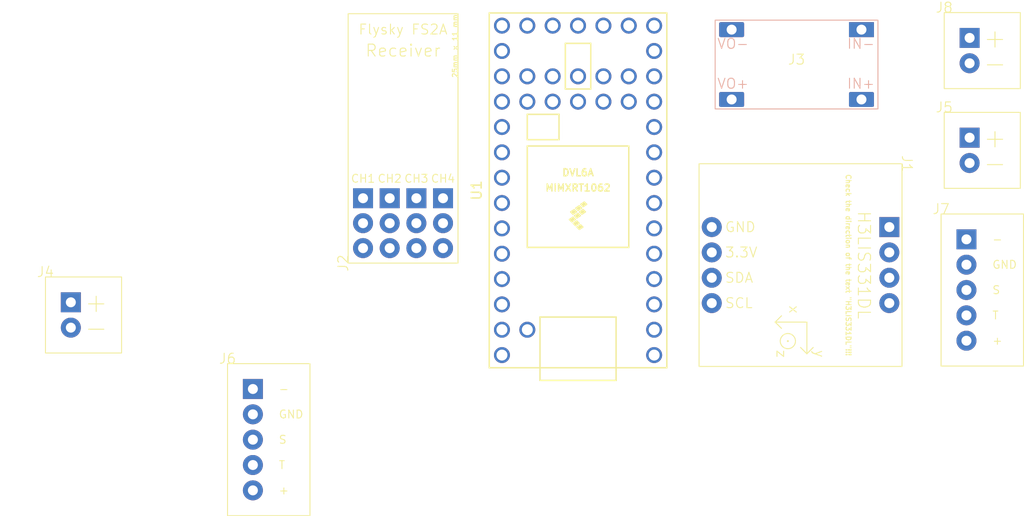
<source format=kicad_pcb>
(kicad_pcb (version 20241229) (generator "pcbnew") (generator_version "9.0")
  (title_block (title "Stuffed Crust"))
  (layers (0 "F.Cu" signal) (2 "B.Cu" signal) (13 "F.Paste" user) (15 "B.Paste" user) (5 "F.SilkS" user "F.Silkscreen") (7 "B.SilkS" user "B.Silkscreen") (1 "F.Mask" user) (3 "B.Mask" user) (25 "Edge.Cuts" user))
  (net 0 "")
  (net 2 "/GND")
  (net 3 "/3.3V")
  (net 7 "/SCL_19")
  (net 8 "/SDA_18")
  (net 9 "/CH3_21")
  (net 10 "/CH2_22")
  (net 11 "/CH4_20")
  (net 12 "/CH1_23")
  (net 13 "/12V")
  (net 14 "/5V")
  (net 16 "/S_ESC_Left_2")
  (net 18 "/S_ESC_Right_3")
  (net 19 "/LED")
  (footprint "Stuffed Crust:Battery_or_LED" (layer "F.Cu") (at 200.79 61.79)
    (property "Reference" "J8" (at 0 -0.5 0) (layer "F.SilkS") (effects (font (thickness 0.1))))
    (property "Value" "LED")
    (fp_rect (start 0 0) (end 7.62 7.62) (stroke (width 0.1)) (fill no) (layer "F.SilkS"))
    (fp_text user "-" (at 5.08 5.08 0) (layer "F.SilkS") (effects (font (size 2 2) (thickness 0.1))))
    (fp_text user "+" (at 5.08 2.54 0) (layer "F.SilkS") (effects (font (size 2 2) (thickness 0.1))))
    (pad "1" thru_hole rect (at 2.54 2.54) (size 2 2) (drill 1) (layers "*.Cu" "*.Mask") (net 19 "/LED"))
    (pad "2" thru_hole circle (at 2.54 5.08) (size 2 2) (drill 1) (layers "*.Cu" "*.Mask") (net 2 "/GND"))
  )
  (footprint "Teensy:Teensy40" (layer "F.Cu") (at 164.12 79.61 90)
    (property "Reference" "U1" (at 0 -10.16 90) (layer "F.SilkS"))
    (property "Value" "Teensy4.0")
    (fp_line (start 17.78 -8.89) (end 17.78 8.89) (stroke (width 0.15)) (layer "F.SilkS"))
    (fp_line (start -17.78 -8.89) (end 17.78 -8.89) (stroke (width 0.15)) (layer "F.SilkS"))
    (fp_line (start 7.62 -5.08) (end 7.62 -1.905) (stroke (width 0.15)) (layer "F.SilkS"))
    (fp_line (start 5.08 -5.08) (end 7.62 -5.08) (stroke (width 0.15)) (layer "F.SilkS"))
    (fp_line (start 4.445 -5.08) (end -5.715 -5.08) (stroke (width 0.15)) (layer "F.SilkS"))
    (fp_line (start -5.715 -5.08) (end -5.715 5.08) (stroke (width 0.15)) (layer "F.SilkS"))
    (fp_line (start -12.7 -3.81) (end -17.78 -3.81) (stroke (width 0.15)) (layer "F.SilkS"))
    (fp_line (start -19.05 -3.81) (end -17.78 -3.81) (stroke (width 0.15)) (layer "F.SilkS"))
    (fp_line (start 7.62 -1.905) (end 5.08 -1.905) (stroke (width 0.15)) (layer "F.SilkS"))
    (fp_line (start 5.08 -1.905) (end 5.08 -5.08) (stroke (width 0.15)) (layer "F.SilkS"))
    (fp_line (start 14.732 -1.27) (end 14.732 1.27) (stroke (width 0.15)) (layer "F.SilkS"))
    (fp_line (start 10.16 -1.27) (end 14.732 -1.27) (stroke (width 0.15)) (layer "F.SilkS"))
    (fp_line (start 14.732 1.27) (end 10.16 1.27) (stroke (width 0.15)) (layer "F.SilkS"))
    (fp_line (start 10.16 1.27) (end 10.16 -1.27) (stroke (width 0.15)) (layer "F.SilkS"))
    (fp_line (start -12.7 3.81) (end -12.7 -3.81) (stroke (width 0.15)) (layer "F.SilkS"))
    (fp_line (start -12.7 3.81) (end -17.78 3.81) (stroke (width 0.15)) (layer "F.SilkS"))
    (fp_line (start -17.78 3.81) (end -19.05 3.81) (stroke (width 0.15)) (layer "F.SilkS"))
    (fp_line (start -19.05 3.81) (end -19.05 -3.81) (stroke (width 0.15)) (layer "F.SilkS"))
    (fp_line (start 4.445 5.08) (end 4.445 -5.08) (stroke (width 0.15)) (layer "F.SilkS"))
    (fp_line (start 4.445 5.08) (end -5.715 5.08) (stroke (width 0.15)) (layer "F.SilkS"))
    (fp_line (start 17.78 8.89) (end -17.78 8.89) (stroke (width 0.15)) (layer "F.SilkS"))
    (fp_line (start -17.78 8.89) (end -17.78 -8.89) (stroke (width 0.15)) (layer "F.SilkS"))
    (fp_poly (pts (xy -3.175 -0.635) (xy -2.921 -0.889) (xy -2.667 -0.508) (xy -2.921 -0.254)) (stroke (width 0.1)) (fill yes) (layer "F.SilkS"))
    (fp_poly (pts (xy -2.413 -0.508) (xy -2.159 -0.762) (xy -1.905 -0.381) (xy -2.159 -0.127)) (stroke (width 0.1)) (fill yes) (layer "F.SilkS"))
    (fp_poly (pts (xy -3.556 -0.254) (xy -3.302 -0.508) (xy -3.048 -0.127) (xy -3.302 0.127)) (stroke (width 0.1)) (fill yes) (layer "F.SilkS"))
    (fp_poly (pts (xy -2.794 -0.127) (xy -2.54 -0.381) (xy -2.286 0) (xy -2.54 0.254)) (stroke (width 0.1)) (fill yes) (layer "F.SilkS"))
    (fp_poly (pts (xy -2.032 0) (xy -1.778 -0.254) (xy -1.524 0.127) (xy -1.778 0.381)) (stroke (width 0.1)) (fill yes) (layer "F.SilkS"))
    (fp_poly (pts (xy -3.937 0.127) (xy -3.683 -0.127) (xy -3.429 0.254) (xy -3.683 0.508)) (stroke (width 0.1)) (fill yes) (layer "F.SilkS"))
    (fp_poly (pts (xy -2.413 0.381) (xy -2.159 0.127) (xy -1.905 0.508) (xy -2.159 0.762)) (stroke (width 0.1)) (fill yes) (layer "F.SilkS"))
    (fp_poly (pts (xy -1.651 0.508) (xy -1.397 0.254) (xy -1.143 0.635) (xy -1.397 0.889)) (stroke (width 0.1)) (fill yes) (layer "F.SilkS"))
    (fp_text user "MIMXRT1062" (at 0.254 0 0) (layer "F.SilkS") (effects (font (size 0.7 0.7))))
    (fp_text user "DVL6A" (at 1.778 0 0) (layer "F.SilkS") (effects (font (size 0.7 0.7))))
    (pad "1" thru_hole circle (at -16.51 7.62 90) (size 1.6 1.6) (drill 1.1) (layers "*.Cu" "*.Mask") (net 2 "/GND"))
    (pad "2" thru_hole circle (at -13.97 7.62 90) (size 1.6 1.6) (drill 1.1) (layers "*.Cu" "*.Mask"))
    (pad "3" thru_hole circle (at -11.43 7.62 90) (size 1.6 1.6) (drill 1.1) (layers "*.Cu" "*.Mask"))
    (pad "4" thru_hole circle (at -8.89 7.62 90) (size 1.6 1.6) (drill 1.1) (layers "*.Cu" "*.Mask") (net 16 "/S_ESC_Left_2"))
    (pad "5" thru_hole circle (at -6.35 7.62 90) (size 1.6 1.6) (drill 1.1) (layers "*.Cu" "*.Mask") (net 18 "/S_ESC_Right_3"))
    (pad "6" thru_hole circle (at -3.81 7.62 90) (size 1.6 1.6) (drill 1.1) (layers "*.Cu" "*.Mask"))
    (pad "7" thru_hole circle (at -1.27 7.62 90) (size 1.6 1.6) (drill 1.1) (layers "*.Cu" "*.Mask"))
    (pad "8" thru_hole circle (at 1.27 7.62 90) (size 1.6 1.6) (drill 1.1) (layers "*.Cu" "*.Mask"))
    (pad "9" thru_hole circle (at 3.81 7.62 90) (size 1.6 1.6) (drill 1.1) (layers "*.Cu" "*.Mask"))
    (pad "10" thru_hole circle (at 6.35 7.62 90) (size 1.6 1.6) (drill 1.1) (layers "*.Cu" "*.Mask"))
    (pad "11" thru_hole circle (at 8.89 7.62 90) (size 1.6 1.6) (drill 1.1) (layers "*.Cu" "*.Mask"))
    (pad "12" thru_hole circle (at 11.43 7.62 90) (size 1.6 1.6) (drill 1.1) (layers "*.Cu" "*.Mask"))
    (pad "13" thru_hole circle (at 13.97 7.62 90) (size 1.6 1.6) (drill 1.1) (layers "*.Cu" "*.Mask") (net 19 "/LED"))
    (pad "14" thru_hole circle (at 16.51 7.62 90) (size 1.6 1.6) (drill 1.1) (layers "*.Cu" "*.Mask"))
    (pad "15" thru_hole circle (at 16.51 5.08 90) (size 1.6 1.6) (drill 1.1) (layers "*.Cu" "*.Mask"))
    (pad "16" thru_hole circle (at 16.51 2.54 90) (size 1.6 1.6) (drill 1.1) (layers "*.Cu" "*.Mask"))
    (pad "17" thru_hole circle (at 16.51 0 90) (size 1.6 1.6) (drill 1.1) (layers "*.Cu" "*.Mask") (net 2 "/GND"))
    (pad "18" thru_hole circle (at 16.51 -2.54 90) (size 1.6 1.6) (drill 1.1) (layers "*.Cu" "*.Mask"))
    (pad "19" thru_hole circle (at 16.51 -5.08 90) (size 1.6 1.6) (drill 1.1) (layers "*.Cu" "*.Mask"))
    (pad "20" thru_hole circle (at 16.51 -7.62 90) (size 1.6 1.6) (drill 1.1) (layers "*.Cu" "*.Mask"))
    (pad "21" thru_hole circle (at 13.97 -7.62 90) (size 1.6 1.6) (drill 1.1) (layers "*.Cu" "*.Mask"))
    (pad "22" thru_hole circle (at 11.43 -7.62 90) (size 1.6 1.6) (drill 1.1) (layers "*.Cu" "*.Mask"))
    (pad "23" thru_hole circle (at 8.89 -7.62 90) (size 1.6 1.6) (drill 1.1) (layers "*.Cu" "*.Mask"))
    (pad "24" thru_hole circle (at 6.35 -7.62 90) (size 1.6 1.6) (drill 1.1) (layers "*.Cu" "*.Mask"))
    (pad "25" thru_hole circle (at 3.81 -7.62 90) (size 1.6 1.6) (drill 1.1) (layers "*.Cu" "*.Mask") (net 8 "/SDA_18"))
    (pad "26" thru_hole circle (at 1.27 -7.62 90) (size 1.6 1.6) (drill 1.1) (layers "*.Cu" "*.Mask") (net 7 "/SCL_19"))
    (pad "27" thru_hole circle (at -1.27 -7.62 90) (size 1.6 1.6) (drill 1.1) (layers "*.Cu" "*.Mask") (net 11 "/CH4_20"))
    (pad "28" thru_hole circle (at -3.81 -7.62 90) (size 1.6 1.6) (drill 1.1) (layers "*.Cu" "*.Mask") (net 9 "/CH3_21"))
    (pad "29" thru_hole circle (at -6.35 -7.62 90) (size 1.6 1.6) (drill 1.1) (layers "*.Cu" "*.Mask") (net 10 "/CH2_22"))
    (pad "30" thru_hole circle (at -8.89 -7.62 90) (size 1.6 1.6) (drill 1.1) (layers "*.Cu" "*.Mask") (net 12 "/CH1_23"))
    (pad "31" thru_hole circle (at -11.43 -7.62 90) (size 1.6 1.6) (drill 1.1) (layers "*.Cu" "*.Mask") (net 3 "/3.3V"))
    (pad "32" thru_hole circle (at -13.97 -7.62 90) (size 1.6 1.6) (drill 1.1) (layers "*.Cu" "*.Mask") (net 2 "/GND"))
    (pad "33" thru_hole circle (at -16.51 -7.62 90) (size 1.6 1.6) (drill 1.1) (layers "*.Cu" "*.Mask") (net 14 "/5V"))
    (pad "34" thru_hole circle (at -13.97 -5.08 90) (size 1.6 1.6) (drill 1.1) (layers "*.Cu" "*.Mask"))
    (pad "35" thru_hole circle (at 11.43 -5.08 90) (size 1.6 1.6) (drill 1.1) (layers "*.Cu" "*.Mask"))
    (pad "36" thru_hole circle (at 8.89 -5.08 90) (size 1.6 1.6) (drill 1.1) (layers "*.Cu" "*.Mask"))
    (pad "37" thru_hole circle (at 11.43 -2.54 90) (size 1.6 1.6) (drill 1.1) (layers "*.Cu" "*.Mask"))
    (pad "38" thru_hole circle (at 8.89 -2.54 90) (size 1.6 1.6) (drill 1.1) (layers "*.Cu" "*.Mask"))
    (pad "39" thru_hole circle (at 11.43 0 90) (size 1.6 1.6) (drill 1.1) (layers "*.Cu" "*.Mask"))
    (pad "40" thru_hole circle (at 8.89 0 90) (size 1.6 1.6) (drill 1.1) (layers "*.Cu" "*.Mask"))
    (pad "41" thru_hole circle (at 11.43 2.54 90) (size 1.6 1.6) (drill 1.1) (layers "*.Cu" "*.Mask"))
    (pad "42" thru_hole circle (at 8.89 2.54 90) (size 1.6 1.6) (drill 1.1) (layers "*.Cu" "*.Mask"))
    (pad "43" thru_hole circle (at 11.43 5.08 90) (size 1.6 1.6) (drill 1.1) (layers "*.Cu" "*.Mask"))
    (pad "44" thru_hole circle (at 8.89 5.08 90) (size 1.6 1.6) (drill 1.1) (layers "*.Cu" "*.Mask"))
  )
  (footprint "Stuffed Crust:Battery_or_LED" (layer "F.Cu") (at 200.79 71.79)
    (property "Reference" "J5" (at 0 -0.5 0) (layer "F.SilkS") (effects (font (thickness 0.1))))
    (property "Value" "Battery Right")
    (fp_rect (start 0 0) (end 7.62 7.62) (stroke (width 0.1)) (fill no) (layer "F.SilkS"))
    (fp_text user "+" (at 5.08 2.54 0) (layer "F.SilkS") (effects (font (size 2 2) (thickness 0.1))))
    (fp_text user "-" (at 5.08 5.08 0) (layer "F.SilkS") (effects (font (size 2 2) (thickness 0.1))))
    (pad "1" thru_hole rect (at 2.54 2.54) (size 2 2) (drill 1) (layers "*.Cu" "*.Mask") (net 13 "/12V"))
    (pad "2" thru_hole circle (at 2.54 5.08) (size 2 2) (drill 1) (layers "*.Cu" "*.Mask") (net 2 "/GND"))
  )
  (footprint "Stuffed Crust:DC_DC" (layer "F.Cu") (at 186 67)
    (property "Reference" "J3" (at 0 -0.5 0) (layer "F.SilkS") (effects (font (thickness 0.1))))
    (property "Value" "DC-DC")
    (fp_rect (start -8.15 -4.45) (end 8.15 4.45) (stroke (width 0.1)) (fill no) (layer "B.SilkS"))
    (fp_text user "VO-" (at -8 -1.5 0) (layer "B.SilkS") (effects (font (thickness 0.1)) (justify left bottom)))
    (fp_text user "IN+" (at 5 2.5 0) (layer "B.SilkS") (effects (font (thickness 0.1)) (justify left bottom)))
    (fp_text user "VO+" (at -8 2.5 0) (layer "B.SilkS") (effects (font (thickness 0.1)) (justify left bottom)))
    (fp_text user "IN-" (at 5 -1.5 0) (layer "B.SilkS") (effects (font (thickness 0.1)) (justify left bottom)))
    (pad "1" thru_hole rect (at 6.5 -3.5) (size 2.5 1.5) (drill 1) (layers "*.Cu" "*.Mask") (net 2 "/GND"))
    (pad "2" thru_hole roundrect (at 6.5 3.5) (size 2.5 1.5) (drill 1) (layers "*.Cu" "B.Mask") (roundrect_rratio 0.1) (net 13 "/12V"))
    (pad "3" thru_hole roundrect (at -6.5 -3.5) (size 2.5 1.5) (drill 1) (layers "*.Cu" "B.Mask") (roundrect_rratio 0.1) (net 2 "/GND"))
    (pad "4" thru_hole roundrect (at -6.5 3.5) (size 2.5 1.5) (drill 1) (layers "*.Cu" "B.Mask") (roundrect_rratio 0.1) (net 14 "/5V"))
  )
  (footprint "Stuffed Crust:ESC" (layer "F.Cu") (at 200.4725 81.98)
    (property "Reference" "J7" (at 0 -0.5 0) (layer "F.SilkS") (effects (font (thickness 0.1))))
    (property "Value" "ESC Right")
    (fp_rect (start 0 0) (end 8.255 15.24) (stroke (width 0.1)) (fill no) (layer "F.SilkS"))
    (fp_text user "S" (at 5.08 7.62 0) (layer "F.SilkS") (effects (font (size 0.8 0.8) (thickness 0.1)) (justify left)))
    (fp_text user "-" (at 5.08 2.54 0) (layer "F.SilkS") (effects (font (size 0.8 0.8) (thickness 0.1)) (justify left)))
    (fp_text user "GND" (at 5.08 5.08 0) (layer "F.SilkS") (effects (font (size 0.8 0.8) (thickness 0.1)) (justify left)))
    (fp_text user "+" (at 5.08 12.7 0) (layer "F.SilkS") (effects (font (size 0.8 0.8) (thickness 0.1)) (justify left)))
    (fp_text user "T" (at 5.08 10.16 0) (layer "F.SilkS") (effects (font (size 0.8 0.8) (thickness 0.1)) (justify left)))
    (pad "1" thru_hole rect (at 2.54 2.54) (size 2 2) (drill 1) (layers "*.Cu" "*.Mask") (net 2 "/GND"))
    (pad "2" thru_hole circle (at 2.54 5.08) (size 2 2) (drill 1) (layers "*.Cu" "*.Mask") (net 2 "/GND"))
    (pad "3" thru_hole circle (at 2.54 7.62) (size 2 2) (drill 1) (layers "*.Cu" "*.Mask") (net 18 "/S_ESC_Right_3"))
    (pad "4" thru_hole circle (at 2.54 10.16) (size 2 2) (drill 1) (layers "*.Cu" "*.Mask"))
    (pad "5" thru_hole circle (at 2.54 12.7) (size 2 2) (drill 1) (layers "*.Cu" "*.Mask") (net 13 "/12V"))
  )
  (footprint "Stuffed Crust:Accelerometer" (layer "F.Cu") (at 196.56 76.94 -90)
    (property "Reference" "J1" (at 0 -0.5 270) (layer "F.SilkS") (effects (font (thickness 0.1))))
    (property "Value" "Accelerometer")
    (fp_line (start 15.875 12.7) (end 15.24 12.065) (stroke (width 0.1)) (layer "F.SilkS"))
    (fp_line (start 15.875 12.7) (end 16.51 12.065) (stroke (width 0.1)) (layer "F.SilkS"))
    (fp_line (start 15.875 9.525) (end 15.875 12.7) (stroke (width 0.1)) (layer "F.SilkS"))
    (fp_line (start 15.875 9.525) (end 19.05 9.525) (stroke (width 0.1)) (layer "F.SilkS"))
    (fp_line (start 19.05 9.525) (end 18.415 10.16) (stroke (width 0.1)) (layer "F.SilkS"))
    (fp_line (start 19.05 9.525) (end 18.415 8.89) (stroke (width 0.1)) (layer "F.SilkS"))
    (fp_rect (start 0 0) (end 20.32 20.32) (stroke (width 0.1)) (fill no) (layer "F.SilkS"))
    (fp_circle (center 17.78 11.43) (end 17.8308 11.43) (stroke (width 0.1)) (fill no) (layer "F.SilkS"))
    (fp_circle (center 17.78 11.43) (end 18.542 11.43) (stroke (width 0.1)) (fill no) (layer "F.SilkS"))
    (fp_text user "z" (at 19.05 12.065 270) (layer "F.SilkS") (effects (font (thickness 0.1))))
    (fp_text user "Check the direction of the text \"H3LIS331DL\"!!!" (at 10.16 5.08 270) (layer "F.SilkS") (effects (font (size 0.5 0.5) (thickness 0.1)) (justify top)))
    (fp_text user "H3LIS331DL" (at 10.16 3.81 270) (layer "F.SilkS") (effects (font (size 1.2192 1.2192) (thickness 0.1016))))
    (fp_text user "SDA" (at 11.43 17.78 0) (layer "F.SilkS") (effects (font (thickness 0.1)) (justify left)))
    (fp_text user "SCL" (at 13.97 17.78 0) (layer "F.SilkS") (effects (font (thickness 0.1)) (justify left)))
    (fp_text user "3.3V" (at 8.89 17.78 0) (layer "F.SilkS") (effects (font (thickness 0.1)) (justify left)))
    (fp_text user "x" (at 14.605 10.795 270) (layer "F.SilkS") (effects (font (thickness 0.1))))
    (fp_text user "GND" (at 6.35 17.78 0) (layer "F.SilkS") (effects (font (thickness 0.1)) (justify left)))
    (fp_text user "y" (at 19.05 8.255 270) (layer "F.SilkS") (effects (font (thickness 0.1))))
    (pad "1" thru_hole rect (at 6.35 1.27 270) (size 2 2) (drill 1) (layers "*.Cu" "*.Mask"))
    (pad "2" thru_hole roundrect (at 8.89 1.27 270) (size 2 2) (drill 1) (layers "*.Cu" "*.Mask") (roundrect_rratio 0.5))
    (pad "3" thru_hole roundrect (at 11.43 1.27 270) (size 2 2) (drill 1) (layers "*.Cu" "*.Mask") (roundrect_rratio 0.5))
    (pad "4" thru_hole roundrect (at 13.97 1.27 270) (size 2 2) (drill 1) (layers "*.Cu" "*.Mask") (roundrect_rratio 0.5))
    (pad "5" thru_hole roundrect (at 6.35 19.05 270) (size 2 2) (drill 1) (layers "*.Cu" "*.Mask") (roundrect_rratio 0.5) (net 2 "/GND"))
    (pad "6" thru_hole roundrect (at 8.89 19.05 270) (size 2 2) (drill 1) (layers "*.Cu" "*.Mask") (roundrect_rratio 0.5) (net 3 "/3.3V"))
    (pad "7" thru_hole roundrect (at 11.43 19.05 270) (size 2 2) (drill 1) (layers "*.Cu" "*.Mask") (roundrect_rratio 0.5) (net 8 "/SDA_18"))
    (pad "8" thru_hole roundrect (at 13.97 19.05 270) (size 2 2) (drill 1) (layers "*.Cu" "*.Mask") (roundrect_rratio 0.5) (net 7 "/SCL_19"))
  )
  (footprint "Stuffed Crust:Flysky_FS2A_Receiver" (layer "F.Cu") (at 141.1 86.9 90)
    (property "Reference" "J2" (at 0 -0.5 90) (layer "F.SilkS") (effects (font (thickness 0.1))))
    (property "Value" "Flysky FS2A Receiver")
    (fp_rect (start 0 0) (end 25 11) (stroke (width 0.1)) (fill no) (layer "F.SilkS"))
    (fp_text user "Receiver" (at 22 5.5 0) (layer "F.SilkS") (effects (font (size 1.2 1.2) (thickness 0.1)) (justify top)))
    (fp_text user "CH2" (at 8 4.16 0) (layer "F.SilkS") (effects (font (size 0.8 0.8) (thickness 0.1)) (justify bottom)))
    (fp_text user "CH1" (at 8 1.49 0) (layer "F.SilkS") (effects (font (size 0.8 0.8) (thickness 0.1)) (justify bottom)))
    (fp_text user "CH3" (at 8 6.83 0) (layer "F.SilkS") (effects (font (size 0.8 0.8) (thickness 0.1)) (justify bottom)))
    (fp_text user "Flysky FS2A" (at 24 5.5 0) (layer "F.SilkS") (effects (font (thickness 0.1)) (justify top)))
    (fp_text user "CH4" (at 8 9.5 0) (layer "F.SilkS") (effects (font (size 0.8 0.8) (thickness 0.1)) (justify bottom)))
    (fp_text user "25mm × 11 mm" (at 25 11 90) (layer "F.SilkS") (effects (font (size 0.5 0.5) (thickness 0.1)) (justify right bottom)))
    (pad "1" thru_hole rect (at 6.5 1.49 90) (size 2 2) (drill 1) (layers "*.Cu" "*.Mask") (net 12 "/CH1_23"))
    (pad "2" thru_hole rect (at 6.5 4.16 90) (size 2 2) (drill 1) (layers "*.Cu" "*.Mask") (net 10 "/CH2_22"))
    (pad "3" thru_hole rect (at 6.5 6.83 90) (size 2 2) (drill 1) (layers "*.Cu" "*.Mask") (net 9 "/CH3_21"))
    (pad "4" thru_hole rect (at 6.5 9.5 90) (size 2 2) (drill 1) (layers "*.Cu" "*.Mask") (net 11 "/CH4_20"))
    (pad "5" thru_hole circle (at 4 1.49 90) (size 2 2) (drill 1) (layers "*.Cu" "*.Mask") (net 3 "/3.3V"))
    (pad "6" thru_hole circle (at 4 4.16 90) (size 2 2) (drill 1) (layers "*.Cu" "*.Mask") (net 3 "/3.3V"))
    (pad "7" thru_hole circle (at 4 6.83 90) (size 2 2) (drill 1) (layers "*.Cu" "*.Mask") (net 3 "/3.3V"))
    (pad "8" thru_hole circle (at 4 9.5 90) (size 2 2) (drill 1) (layers "*.Cu" "*.Mask") (net 3 "/3.3V"))
    (pad "9" thru_hole circle (at 1.5 1.49 90) (size 2 2) (drill 1) (layers "*.Cu" "*.Mask") (net 2 "/GND"))
    (pad "10" thru_hole circle (at 1.5 4.16 90) (size 2 2) (drill 1) (layers "*.Cu" "*.Mask") (net 2 "/GND"))
    (pad "11" thru_hole circle (at 1.5 6.83 90) (size 2 2) (drill 1) (layers "*.Cu" "*.Mask") (net 2 "/GND"))
    (pad "12" thru_hole circle (at 1.5 9.5 90) (size 2 2) (drill 1) (layers "*.Cu" "*.Mask") (net 2 "/GND"))
  )
  (footprint "Stuffed Crust:Battery_or_LED" (layer "F.Cu") (at 110.79 88.29)
    (property "Reference" "J4" (at 0 -0.5 0) (layer "F.SilkS") (effects (font (thickness 0.1))))
    (property "Value" "Battery Left")
    (fp_rect (start 0 0) (end 7.62 7.62) (stroke (width 0.1)) (fill no) (layer "F.SilkS"))
    (fp_text user "+" (at 5.08 2.54 0) (layer "F.SilkS") (effects (font (size 2 2) (thickness 0.1))))
    (fp_text user "-" (at 5.08 5.08 0) (layer "F.SilkS") (effects (font (size 2 2) (thickness 0.1))))
    (pad "1" thru_hole rect (at 2.54 2.54) (size 2 2) (drill 1) (layers "*.Cu" "*.Mask") (net 13 "/12V"))
    (pad "2" thru_hole circle (at 2.54 5.08) (size 2 2) (drill 1) (layers "*.Cu" "*.Mask") (net 2 "/GND"))
  )
  (footprint "Stuffed Crust:ESC" (layer "F.Cu") (at 129.02 96.98)
    (property "Reference" "J6" (at 0 -0.5 0) (layer "F.SilkS") (effects (font (thickness 0.1))))
    (property "Value" "ESC Left")
    (fp_rect (start 0 0) (end 8.255 15.24) (stroke (width 0.1)) (fill no) (layer "F.SilkS"))
    (fp_text user "-" (at 5.08 2.54 0) (layer "F.SilkS") (effects (font (size 0.8 0.8) (thickness 0.1)) (justify left)))
    (fp_text user "T" (at 5.08 10.16 0) (layer "F.SilkS") (effects (font (size 0.8 0.8) (thickness 0.1)) (justify left)))
    (fp_text user "+" (at 5.08 12.7 0) (layer "F.SilkS") (effects (font (size 0.8 0.8) (thickness 0.1)) (justify left)))
    (fp_text user "S" (at 5.08 7.62 0) (layer "F.SilkS") (effects (font (size 0.8 0.8) (thickness 0.1)) (justify left)))
    (fp_text user "GND" (at 5.08 5.08 0) (layer "F.SilkS") (effects (font (size 0.8 0.8) (thickness 0.1)) (justify left)))
    (pad "1" thru_hole rect (at 2.54 2.54) (size 2 2) (drill 1) (layers "*.Cu" "*.Mask") (net 2 "/GND"))
    (pad "2" thru_hole circle (at 2.54 5.08) (size 2 2) (drill 1) (layers "*.Cu" "*.Mask") (net 2 "/GND"))
    (pad "3" thru_hole circle (at 2.54 7.62) (size 2 2) (drill 1) (layers "*.Cu" "*.Mask") (net 16 "/S_ESC_Left_2"))
    (pad "4" thru_hole circle (at 2.54 10.16) (size 2 2) (drill 1) (layers "*.Cu" "*.Mask"))
    (pad "5" thru_hole circle (at 2.54 12.7) (size 2 2) (drill 1) (layers "*.Cu" "*.Mask") (net 13 "/12V"))
  )
)
</source>
